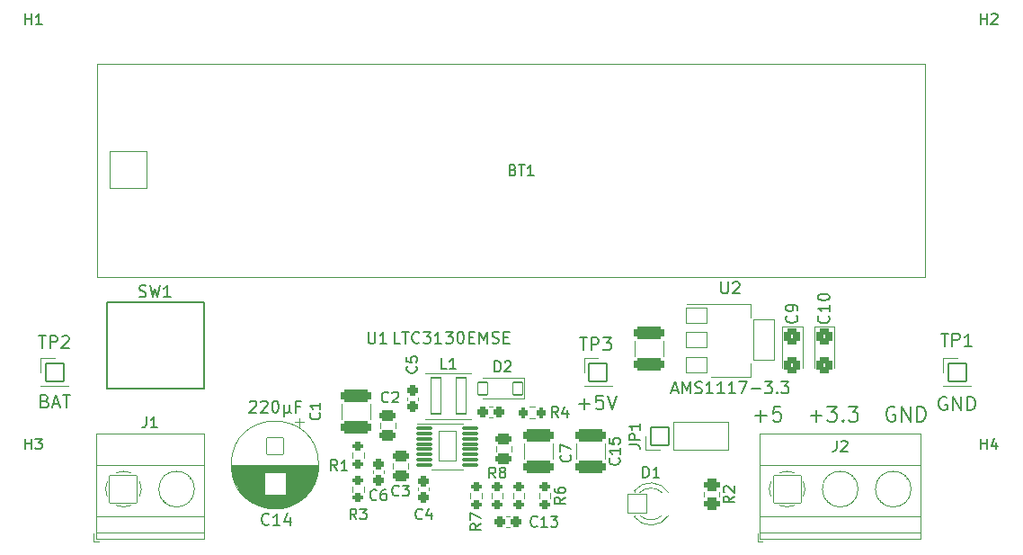
<source format=gto>
G04 #@! TF.GenerationSoftware,KiCad,Pcbnew,(6.0.0)*
G04 #@! TF.CreationDate,2022-01-21T19:36:15+00:00*
G04 #@! TF.ProjectId,MaxPower,4d617850-6f77-4657-922e-6b696361645f,rev?*
G04 #@! TF.SameCoordinates,Original*
G04 #@! TF.FileFunction,Legend,Top*
G04 #@! TF.FilePolarity,Positive*
%FSLAX46Y46*%
G04 Gerber Fmt 4.6, Leading zero omitted, Abs format (unit mm)*
G04 Created by KiCad (PCBNEW (6.0.0)) date 2022-01-21 19:36:15*
%MOMM*%
%LPD*%
G01*
G04 APERTURE LIST*
G04 Aperture macros list*
%AMRoundRect*
0 Rectangle with rounded corners*
0 $1 Rounding radius*
0 $2 $3 $4 $5 $6 $7 $8 $9 X,Y pos of 4 corners*
0 Add a 4 corners polygon primitive as box body*
4,1,4,$2,$3,$4,$5,$6,$7,$8,$9,$2,$3,0*
0 Add four circle primitives for the rounded corners*
1,1,$1+$1,$2,$3*
1,1,$1+$1,$4,$5*
1,1,$1+$1,$6,$7*
1,1,$1+$1,$8,$9*
0 Add four rect primitives between the rounded corners*
20,1,$1+$1,$2,$3,$4,$5,0*
20,1,$1+$1,$4,$5,$6,$7,0*
20,1,$1+$1,$6,$7,$8,$9,0*
20,1,$1+$1,$8,$9,$2,$3,0*%
G04 Aperture macros list end*
%ADD10C,0.160000*%
%ADD11C,0.150000*%
%ADD12C,0.170000*%
%ADD13C,0.200000*%
%ADD14C,0.120000*%
%ADD15C,0.177800*%
%ADD16RoundRect,0.050000X-1.000000X-0.750000X1.000000X-0.750000X1.000000X0.750000X-1.000000X0.750000X0*%
%ADD17RoundRect,0.050000X-1.000000X-1.900000X1.000000X-1.900000X1.000000X1.900000X-1.000000X1.900000X0*%
%ADD18RoundRect,0.050000X-1.300000X-1.300000X1.300000X-1.300000X1.300000X1.300000X-1.300000X1.300000X0*%
%ADD19C,2.700000*%
%ADD20RoundRect,0.275000X0.225000X0.250000X-0.225000X0.250000X-0.225000X-0.250000X0.225000X-0.250000X0*%
%ADD21RoundRect,0.300000X-0.475000X0.250000X-0.475000X-0.250000X0.475000X-0.250000X0.475000X0.250000X0*%
%ADD22RoundRect,0.275000X-0.250000X0.225000X-0.250000X-0.225000X0.250000X-0.225000X0.250000X0.225000X0*%
%ADD23O,2.300000X2.200000*%
%ADD24C,2.200000*%
%ADD25RoundRect,0.300000X-0.425000X0.450000X-0.425000X-0.450000X0.425000X-0.450000X0.425000X0.450000X0*%
%ADD26RoundRect,0.300000X-1.100000X0.325000X-1.100000X-0.325000X1.100000X-0.325000X1.100000X0.325000X0*%
%ADD27RoundRect,0.050000X-0.850000X-0.850000X0.850000X-0.850000X0.850000X0.850000X-0.850000X0.850000X0*%
%ADD28RoundRect,0.250000X-0.275000X0.200000X-0.275000X-0.200000X0.275000X-0.200000X0.275000X0.200000X0*%
%ADD29C,3.300000*%
%ADD30RoundRect,0.050000X-0.800000X0.800000X-0.800000X-0.800000X0.800000X-0.800000X0.800000X0.800000X0*%
%ADD31C,1.700000*%
%ADD32RoundRect,0.250000X0.275000X-0.200000X0.275000X0.200000X-0.275000X0.200000X-0.275000X-0.200000X0*%
%ADD33RoundRect,0.050000X-1.750000X-1.750000X1.750000X-1.750000X1.750000X1.750000X-1.750000X1.750000X0*%
%ADD34C,3.600000*%
%ADD35RoundRect,0.125000X-0.650000X-0.075000X0.650000X-0.075000X0.650000X0.075000X-0.650000X0.075000X0*%
%ADD36RoundRect,0.050000X-0.825500X-1.422500X0.825500X-1.422500X0.825500X1.422500X-0.825500X1.422500X0*%
%ADD37RoundRect,0.050000X0.850000X-0.850000X0.850000X0.850000X-0.850000X0.850000X-0.850000X-0.850000X0*%
%ADD38O,1.800000X1.800000*%
%ADD39RoundRect,0.050000X-0.900000X-0.900000X0.900000X-0.900000X0.900000X0.900000X-0.900000X0.900000X0*%
%ADD40C,1.900000*%
%ADD41RoundRect,0.300000X-0.450000X0.262500X-0.450000X-0.262500X0.450000X-0.262500X0.450000X0.262500X0*%
%ADD42RoundRect,0.300000X0.475000X-0.250000X0.475000X0.250000X-0.475000X0.250000X-0.475000X-0.250000X0*%
%ADD43RoundRect,0.300000X1.100000X-0.325000X1.100000X0.325000X-1.100000X0.325000X-1.100000X-0.325000X0*%
%ADD44RoundRect,0.050000X0.450000X0.600000X-0.450000X0.600000X-0.450000X-0.600000X0.450000X-0.600000X0*%
%ADD45RoundRect,0.050000X-0.490000X-1.700000X0.490000X-1.700000X0.490000X1.700000X-0.490000X1.700000X0*%
%ADD46RoundRect,0.250000X0.200000X0.275000X-0.200000X0.275000X-0.200000X-0.275000X0.200000X-0.275000X0*%
%ADD47RoundRect,0.275000X-0.225000X-0.250000X0.225000X-0.250000X0.225000X0.250000X-0.225000X0.250000X0*%
G04 APERTURE END LIST*
D10*
X169811904Y-125497619D02*
X169811904Y-126388095D01*
X169864285Y-126492857D01*
X169916666Y-126545238D01*
X170021428Y-126597619D01*
X170230952Y-126597619D01*
X170335714Y-126545238D01*
X170388095Y-126492857D01*
X170440476Y-126388095D01*
X170440476Y-125497619D01*
X170911904Y-125602380D02*
X170964285Y-125550000D01*
X171069047Y-125497619D01*
X171330952Y-125497619D01*
X171435714Y-125550000D01*
X171488095Y-125602380D01*
X171540476Y-125707142D01*
X171540476Y-125811904D01*
X171488095Y-125969047D01*
X170859523Y-126597619D01*
X171540476Y-126597619D01*
X165150000Y-135683333D02*
X165673809Y-135683333D01*
X165045238Y-135997619D02*
X165411904Y-134897619D01*
X165778571Y-135997619D01*
X166145238Y-135997619D02*
X166145238Y-134897619D01*
X166511904Y-135683333D01*
X166878571Y-134897619D01*
X166878571Y-135997619D01*
X167350000Y-135945238D02*
X167507142Y-135997619D01*
X167769047Y-135997619D01*
X167873809Y-135945238D01*
X167926190Y-135892857D01*
X167978571Y-135788095D01*
X167978571Y-135683333D01*
X167926190Y-135578571D01*
X167873809Y-135526190D01*
X167769047Y-135473809D01*
X167559523Y-135421428D01*
X167454761Y-135369047D01*
X167402380Y-135316666D01*
X167350000Y-135211904D01*
X167350000Y-135107142D01*
X167402380Y-135002380D01*
X167454761Y-134950000D01*
X167559523Y-134897619D01*
X167821428Y-134897619D01*
X167978571Y-134950000D01*
X169026190Y-135997619D02*
X168397619Y-135997619D01*
X168711904Y-135997619D02*
X168711904Y-134897619D01*
X168607142Y-135054761D01*
X168502380Y-135159523D01*
X168397619Y-135211904D01*
X170073809Y-135997619D02*
X169445238Y-135997619D01*
X169759523Y-135997619D02*
X169759523Y-134897619D01*
X169654761Y-135054761D01*
X169550000Y-135159523D01*
X169445238Y-135211904D01*
X171121428Y-135997619D02*
X170492857Y-135997619D01*
X170807142Y-135997619D02*
X170807142Y-134897619D01*
X170702380Y-135054761D01*
X170597619Y-135159523D01*
X170492857Y-135211904D01*
X171488095Y-134897619D02*
X172221428Y-134897619D01*
X171750000Y-135997619D01*
X172640476Y-135578571D02*
X173478571Y-135578571D01*
X173897619Y-134897619D02*
X174578571Y-134897619D01*
X174211904Y-135316666D01*
X174369047Y-135316666D01*
X174473809Y-135369047D01*
X174526190Y-135421428D01*
X174578571Y-135526190D01*
X174578571Y-135788095D01*
X174526190Y-135892857D01*
X174473809Y-135945238D01*
X174369047Y-135997619D01*
X174054761Y-135997619D01*
X173950000Y-135945238D01*
X173897619Y-135892857D01*
X175050000Y-135892857D02*
X175102380Y-135945238D01*
X175050000Y-135997619D01*
X174997619Y-135945238D01*
X175050000Y-135892857D01*
X175050000Y-135997619D01*
X175469047Y-134897619D02*
X176150000Y-134897619D01*
X175783333Y-135316666D01*
X175940476Y-135316666D01*
X176045238Y-135369047D01*
X176097619Y-135421428D01*
X176150000Y-135526190D01*
X176150000Y-135788095D01*
X176097619Y-135892857D01*
X176045238Y-135945238D01*
X175940476Y-135997619D01*
X175626190Y-135997619D01*
X175521428Y-135945238D01*
X175469047Y-135892857D01*
D11*
X115666666Y-138192380D02*
X115666666Y-138906666D01*
X115619047Y-139049523D01*
X115523809Y-139144761D01*
X115380952Y-139192380D01*
X115285714Y-139192380D01*
X116666666Y-139192380D02*
X116095238Y-139192380D01*
X116380952Y-139192380D02*
X116380952Y-138192380D01*
X116285714Y-138335238D01*
X116190476Y-138430476D01*
X116095238Y-138478095D01*
X152457142Y-148457142D02*
X152409523Y-148504761D01*
X152266666Y-148552380D01*
X152171428Y-148552380D01*
X152028571Y-148504761D01*
X151933333Y-148409523D01*
X151885714Y-148314285D01*
X151838095Y-148123809D01*
X151838095Y-147980952D01*
X151885714Y-147790476D01*
X151933333Y-147695238D01*
X152028571Y-147600000D01*
X152171428Y-147552380D01*
X152266666Y-147552380D01*
X152409523Y-147600000D01*
X152457142Y-147647619D01*
X153409523Y-148552380D02*
X152838095Y-148552380D01*
X153123809Y-148552380D02*
X153123809Y-147552380D01*
X153028571Y-147695238D01*
X152933333Y-147790476D01*
X152838095Y-147838095D01*
X153742857Y-147552380D02*
X154361904Y-147552380D01*
X154028571Y-147933333D01*
X154171428Y-147933333D01*
X154266666Y-147980952D01*
X154314285Y-148028571D01*
X154361904Y-148123809D01*
X154361904Y-148361904D01*
X154314285Y-148457142D01*
X154266666Y-148504761D01*
X154171428Y-148552380D01*
X153885714Y-148552380D01*
X153790476Y-148504761D01*
X153742857Y-148457142D01*
X139433333Y-145557142D02*
X139385714Y-145604761D01*
X139242857Y-145652380D01*
X139147619Y-145652380D01*
X139004761Y-145604761D01*
X138909523Y-145509523D01*
X138861904Y-145414285D01*
X138814285Y-145223809D01*
X138814285Y-145080952D01*
X138861904Y-144890476D01*
X138909523Y-144795238D01*
X139004761Y-144700000D01*
X139147619Y-144652380D01*
X139242857Y-144652380D01*
X139385714Y-144700000D01*
X139433333Y-144747619D01*
X139766666Y-144652380D02*
X140385714Y-144652380D01*
X140052380Y-145033333D01*
X140195238Y-145033333D01*
X140290476Y-145080952D01*
X140338095Y-145128571D01*
X140385714Y-145223809D01*
X140385714Y-145461904D01*
X140338095Y-145557142D01*
X140290476Y-145604761D01*
X140195238Y-145652380D01*
X139909523Y-145652380D01*
X139814285Y-145604761D01*
X139766666Y-145557142D01*
X137333333Y-145957142D02*
X137285714Y-146004761D01*
X137142857Y-146052380D01*
X137047619Y-146052380D01*
X136904761Y-146004761D01*
X136809523Y-145909523D01*
X136761904Y-145814285D01*
X136714285Y-145623809D01*
X136714285Y-145480952D01*
X136761904Y-145290476D01*
X136809523Y-145195238D01*
X136904761Y-145100000D01*
X137047619Y-145052380D01*
X137142857Y-145052380D01*
X137285714Y-145100000D01*
X137333333Y-145147619D01*
X138190476Y-145052380D02*
X138000000Y-145052380D01*
X137904761Y-145100000D01*
X137857142Y-145147619D01*
X137761904Y-145290476D01*
X137714285Y-145480952D01*
X137714285Y-145861904D01*
X137761904Y-145957142D01*
X137809523Y-146004761D01*
X137904761Y-146052380D01*
X138095238Y-146052380D01*
X138190476Y-146004761D01*
X138238095Y-145957142D01*
X138285714Y-145861904D01*
X138285714Y-145623809D01*
X138238095Y-145528571D01*
X138190476Y-145480952D01*
X138095238Y-145433333D01*
X137904761Y-145433333D01*
X137809523Y-145480952D01*
X137761904Y-145528571D01*
X137714285Y-145623809D01*
X141057142Y-133441666D02*
X141104761Y-133489285D01*
X141152380Y-133632142D01*
X141152380Y-133727380D01*
X141104761Y-133870238D01*
X141009523Y-133965476D01*
X140914285Y-134013095D01*
X140723809Y-134060714D01*
X140580952Y-134060714D01*
X140390476Y-134013095D01*
X140295238Y-133965476D01*
X140200000Y-133870238D01*
X140152380Y-133727380D01*
X140152380Y-133632142D01*
X140200000Y-133489285D01*
X140247619Y-133441666D01*
X140152380Y-132536904D02*
X140152380Y-133013095D01*
X140628571Y-133060714D01*
X140580952Y-133013095D01*
X140533333Y-132917857D01*
X140533333Y-132679761D01*
X140580952Y-132584523D01*
X140628571Y-132536904D01*
X140723809Y-132489285D01*
X140961904Y-132489285D01*
X141057142Y-132536904D01*
X141104761Y-132584523D01*
X141152380Y-132679761D01*
X141152380Y-132917857D01*
X141104761Y-133013095D01*
X141057142Y-133060714D01*
D10*
X114993334Y-126865238D02*
X115150477Y-126917619D01*
X115412381Y-126917619D01*
X115517143Y-126865238D01*
X115569524Y-126812857D01*
X115621905Y-126708095D01*
X115621905Y-126603333D01*
X115569524Y-126498571D01*
X115517143Y-126446190D01*
X115412381Y-126393809D01*
X115202858Y-126341428D01*
X115098096Y-126289047D01*
X115045715Y-126236666D01*
X114993334Y-126131904D01*
X114993334Y-126027142D01*
X115045715Y-125922380D01*
X115098096Y-125870000D01*
X115202858Y-125817619D01*
X115464762Y-125817619D01*
X115621905Y-125870000D01*
X115988572Y-125817619D02*
X116250477Y-126917619D01*
X116460001Y-126131904D01*
X116669524Y-126917619D01*
X116931429Y-125817619D01*
X117926667Y-126917619D02*
X117298096Y-126917619D01*
X117612381Y-126917619D02*
X117612381Y-125817619D01*
X117507620Y-125974761D01*
X117402858Y-126079523D01*
X117298096Y-126131904D01*
D11*
X176892857Y-128683333D02*
X176945238Y-128735714D01*
X176997619Y-128892857D01*
X176997619Y-128997619D01*
X176945238Y-129154761D01*
X176840476Y-129259523D01*
X176735714Y-129311904D01*
X176526190Y-129364285D01*
X176369047Y-129364285D01*
X176159523Y-129311904D01*
X176054761Y-129259523D01*
X175950000Y-129154761D01*
X175897619Y-128997619D01*
X175897619Y-128892857D01*
X175950000Y-128735714D01*
X176002380Y-128683333D01*
X176997619Y-128159523D02*
X176997619Y-127950000D01*
X176945238Y-127845238D01*
X176892857Y-127792857D01*
X176735714Y-127688095D01*
X176526190Y-127635714D01*
X176107142Y-127635714D01*
X176002380Y-127688095D01*
X175950000Y-127740476D01*
X175897619Y-127845238D01*
X175897619Y-128054761D01*
X175950000Y-128159523D01*
X176002380Y-128211904D01*
X176107142Y-128264285D01*
X176369047Y-128264285D01*
X176473809Y-128211904D01*
X176526190Y-128159523D01*
X176578571Y-128054761D01*
X176578571Y-127845238D01*
X176526190Y-127740476D01*
X176473809Y-127688095D01*
X176369047Y-127635714D01*
X155557142Y-141816666D02*
X155604761Y-141864285D01*
X155652380Y-142007142D01*
X155652380Y-142102380D01*
X155604761Y-142245238D01*
X155509523Y-142340476D01*
X155414285Y-142388095D01*
X155223809Y-142435714D01*
X155080952Y-142435714D01*
X154890476Y-142388095D01*
X154795238Y-142340476D01*
X154700000Y-142245238D01*
X154652380Y-142102380D01*
X154652380Y-142007142D01*
X154700000Y-141864285D01*
X154747619Y-141816666D01*
X154652380Y-141483333D02*
X154652380Y-140816666D01*
X155652380Y-141245238D01*
D12*
X156485714Y-130742857D02*
X157171428Y-130742857D01*
X156828571Y-131942857D02*
X156828571Y-130742857D01*
X157571428Y-131942857D02*
X157571428Y-130742857D01*
X158028571Y-130742857D01*
X158142857Y-130800000D01*
X158200000Y-130857142D01*
X158257142Y-130971428D01*
X158257142Y-131142857D01*
X158200000Y-131257142D01*
X158142857Y-131314285D01*
X158028571Y-131371428D01*
X157571428Y-131371428D01*
X158657142Y-130742857D02*
X159400000Y-130742857D01*
X159000000Y-131200000D01*
X159171428Y-131200000D01*
X159285714Y-131257142D01*
X159342857Y-131314285D01*
X159400000Y-131428571D01*
X159400000Y-131714285D01*
X159342857Y-131828571D01*
X159285714Y-131885714D01*
X159171428Y-131942857D01*
X158828571Y-131942857D01*
X158714285Y-131885714D01*
X158657142Y-131828571D01*
X156428571Y-136992857D02*
X157419047Y-136992857D01*
X156923809Y-137488095D02*
X156923809Y-136497619D01*
X158657142Y-136188095D02*
X158038095Y-136188095D01*
X157976190Y-136807142D01*
X158038095Y-136745238D01*
X158161904Y-136683333D01*
X158471428Y-136683333D01*
X158595238Y-136745238D01*
X158657142Y-136807142D01*
X158719047Y-136930952D01*
X158719047Y-137240476D01*
X158657142Y-137364285D01*
X158595238Y-137426190D01*
X158471428Y-137488095D01*
X158161904Y-137488095D01*
X158038095Y-137426190D01*
X157976190Y-137364285D01*
X159090476Y-136188095D02*
X159523809Y-137488095D01*
X159957142Y-136188095D01*
D11*
X147152380Y-148266666D02*
X146676190Y-148600000D01*
X147152380Y-148838095D02*
X146152380Y-148838095D01*
X146152380Y-148457142D01*
X146200000Y-148361904D01*
X146247619Y-148314285D01*
X146342857Y-148266666D01*
X146485714Y-148266666D01*
X146580952Y-148314285D01*
X146628571Y-148361904D01*
X146676190Y-148457142D01*
X146676190Y-148838095D01*
X146152380Y-147933333D02*
X146152380Y-147266666D01*
X147152380Y-147695238D01*
D10*
X179892857Y-128707142D02*
X179945238Y-128759523D01*
X179997619Y-128916666D01*
X179997619Y-129021428D01*
X179945238Y-129178571D01*
X179840476Y-129283333D01*
X179735714Y-129335714D01*
X179526190Y-129388095D01*
X179369047Y-129388095D01*
X179159523Y-129335714D01*
X179054761Y-129283333D01*
X178950000Y-129178571D01*
X178897619Y-129021428D01*
X178897619Y-128916666D01*
X178950000Y-128759523D01*
X179002380Y-128707142D01*
X179997619Y-127659523D02*
X179997619Y-128288095D01*
X179997619Y-127973809D02*
X178897619Y-127973809D01*
X179054761Y-128078571D01*
X179159523Y-128183333D01*
X179211904Y-128288095D01*
X178897619Y-126978571D02*
X178897619Y-126873809D01*
X178950000Y-126769047D01*
X179002380Y-126716666D01*
X179107142Y-126664285D01*
X179316666Y-126611904D01*
X179578571Y-126611904D01*
X179788095Y-126664285D01*
X179892857Y-126716666D01*
X179945238Y-126769047D01*
X179997619Y-126873809D01*
X179997619Y-126978571D01*
X179945238Y-127083333D01*
X179892857Y-127135714D01*
X179788095Y-127188095D01*
X179578571Y-127240476D01*
X179316666Y-127240476D01*
X179107142Y-127188095D01*
X179002380Y-127135714D01*
X178950000Y-127083333D01*
X178897619Y-126978571D01*
D11*
X194238095Y-101252380D02*
X194238095Y-100252380D01*
X194238095Y-100728571D02*
X194809523Y-100728571D01*
X194809523Y-101252380D02*
X194809523Y-100252380D01*
X195238095Y-100347619D02*
X195285714Y-100300000D01*
X195380952Y-100252380D01*
X195619047Y-100252380D01*
X195714285Y-100300000D01*
X195761904Y-100347619D01*
X195809523Y-100442857D01*
X195809523Y-100538095D01*
X195761904Y-100680952D01*
X195190476Y-101252380D01*
X195809523Y-101252380D01*
X104238095Y-101252380D02*
X104238095Y-100252380D01*
X104238095Y-100728571D02*
X104809523Y-100728571D01*
X104809523Y-101252380D02*
X104809523Y-100252380D01*
X105809523Y-101252380D02*
X105238095Y-101252380D01*
X105523809Y-101252380D02*
X105523809Y-100252380D01*
X105428571Y-100395238D01*
X105333333Y-100490476D01*
X105238095Y-100538095D01*
X141633333Y-147757142D02*
X141585714Y-147804761D01*
X141442857Y-147852380D01*
X141347619Y-147852380D01*
X141204761Y-147804761D01*
X141109523Y-147709523D01*
X141061904Y-147614285D01*
X141014285Y-147423809D01*
X141014285Y-147280952D01*
X141061904Y-147090476D01*
X141109523Y-146995238D01*
X141204761Y-146900000D01*
X141347619Y-146852380D01*
X141442857Y-146852380D01*
X141585714Y-146900000D01*
X141633333Y-146947619D01*
X142490476Y-147185714D02*
X142490476Y-147852380D01*
X142252380Y-146804761D02*
X142014285Y-147519047D01*
X142633333Y-147519047D01*
D10*
X127192857Y-148292857D02*
X127140476Y-148345238D01*
X126983333Y-148397619D01*
X126878571Y-148397619D01*
X126721428Y-148345238D01*
X126616666Y-148240476D01*
X126564285Y-148135714D01*
X126511904Y-147926190D01*
X126511904Y-147769047D01*
X126564285Y-147559523D01*
X126616666Y-147454761D01*
X126721428Y-147350000D01*
X126878571Y-147297619D01*
X126983333Y-147297619D01*
X127140476Y-147350000D01*
X127192857Y-147402380D01*
X128240476Y-148397619D02*
X127611904Y-148397619D01*
X127926190Y-148397619D02*
X127926190Y-147297619D01*
X127821428Y-147454761D01*
X127716666Y-147559523D01*
X127611904Y-147611904D01*
X129183333Y-147664285D02*
X129183333Y-148397619D01*
X128921428Y-147245238D02*
X128659523Y-148030952D01*
X129340476Y-148030952D01*
X125390476Y-136802380D02*
X125442857Y-136750000D01*
X125547619Y-136697619D01*
X125809523Y-136697619D01*
X125914285Y-136750000D01*
X125966666Y-136802380D01*
X126019047Y-136907142D01*
X126019047Y-137011904D01*
X125966666Y-137169047D01*
X125338095Y-137797619D01*
X126019047Y-137797619D01*
X126438095Y-136802380D02*
X126490476Y-136750000D01*
X126595238Y-136697619D01*
X126857142Y-136697619D01*
X126961904Y-136750000D01*
X127014285Y-136802380D01*
X127066666Y-136907142D01*
X127066666Y-137011904D01*
X127014285Y-137169047D01*
X126385714Y-137797619D01*
X127066666Y-137797619D01*
X127747619Y-136697619D02*
X127852380Y-136697619D01*
X127957142Y-136750000D01*
X128009523Y-136802380D01*
X128061904Y-136907142D01*
X128114285Y-137116666D01*
X128114285Y-137378571D01*
X128061904Y-137588095D01*
X128009523Y-137692857D01*
X127957142Y-137745238D01*
X127852380Y-137797619D01*
X127747619Y-137797619D01*
X127642857Y-137745238D01*
X127590476Y-137692857D01*
X127538095Y-137588095D01*
X127485714Y-137378571D01*
X127485714Y-137116666D01*
X127538095Y-136907142D01*
X127590476Y-136802380D01*
X127642857Y-136750000D01*
X127747619Y-136697619D01*
X128585714Y-137064285D02*
X128585714Y-138164285D01*
X129109523Y-137640476D02*
X129161904Y-137745238D01*
X129266666Y-137797619D01*
X128585714Y-137640476D02*
X128638095Y-137745238D01*
X128742857Y-137797619D01*
X128952380Y-137797619D01*
X129057142Y-137745238D01*
X129109523Y-137640476D01*
X129109523Y-137064285D01*
X130104761Y-137221428D02*
X129738095Y-137221428D01*
X129738095Y-137797619D02*
X129738095Y-136697619D01*
X130261904Y-136697619D01*
D11*
X150184285Y-114958571D02*
X150327142Y-115006190D01*
X150374761Y-115053809D01*
X150422380Y-115149047D01*
X150422380Y-115291904D01*
X150374761Y-115387142D01*
X150327142Y-115434761D01*
X150231904Y-115482380D01*
X149850952Y-115482380D01*
X149850952Y-114482380D01*
X150184285Y-114482380D01*
X150279523Y-114530000D01*
X150327142Y-114577619D01*
X150374761Y-114672857D01*
X150374761Y-114768095D01*
X150327142Y-114863333D01*
X150279523Y-114910952D01*
X150184285Y-114958571D01*
X149850952Y-114958571D01*
X150708095Y-114482380D02*
X151279523Y-114482380D01*
X150993809Y-115482380D02*
X150993809Y-114482380D01*
X152136666Y-115482380D02*
X151565238Y-115482380D01*
X151850952Y-115482380D02*
X151850952Y-114482380D01*
X151755714Y-114625238D01*
X151660476Y-114720476D01*
X151565238Y-114768095D01*
D12*
X136561904Y-130197619D02*
X136561904Y-131088095D01*
X136614285Y-131192857D01*
X136666666Y-131245238D01*
X136771428Y-131297619D01*
X136980952Y-131297619D01*
X137085714Y-131245238D01*
X137138095Y-131192857D01*
X137190476Y-131088095D01*
X137190476Y-130197619D01*
X138290476Y-131297619D02*
X137661904Y-131297619D01*
X137976190Y-131297619D02*
X137976190Y-130197619D01*
X137871428Y-130354761D01*
X137766666Y-130459523D01*
X137661904Y-130511904D01*
X139528571Y-131297619D02*
X139004761Y-131297619D01*
X139004761Y-130197619D01*
X139738095Y-130197619D02*
X140366666Y-130197619D01*
X140052380Y-131297619D02*
X140052380Y-130197619D01*
X141361904Y-131192857D02*
X141309523Y-131245238D01*
X141152380Y-131297619D01*
X141047619Y-131297619D01*
X140890476Y-131245238D01*
X140785714Y-131140476D01*
X140733333Y-131035714D01*
X140680952Y-130826190D01*
X140680952Y-130669047D01*
X140733333Y-130459523D01*
X140785714Y-130354761D01*
X140890476Y-130250000D01*
X141047619Y-130197619D01*
X141152380Y-130197619D01*
X141309523Y-130250000D01*
X141361904Y-130302380D01*
X141728571Y-130197619D02*
X142409523Y-130197619D01*
X142042857Y-130616666D01*
X142200000Y-130616666D01*
X142304761Y-130669047D01*
X142357142Y-130721428D01*
X142409523Y-130826190D01*
X142409523Y-131088095D01*
X142357142Y-131192857D01*
X142304761Y-131245238D01*
X142200000Y-131297619D01*
X141885714Y-131297619D01*
X141780952Y-131245238D01*
X141728571Y-131192857D01*
X143457142Y-131297619D02*
X142828571Y-131297619D01*
X143142857Y-131297619D02*
X143142857Y-130197619D01*
X143038095Y-130354761D01*
X142933333Y-130459523D01*
X142828571Y-130511904D01*
X143823809Y-130197619D02*
X144504761Y-130197619D01*
X144138095Y-130616666D01*
X144295238Y-130616666D01*
X144400000Y-130669047D01*
X144452380Y-130721428D01*
X144504761Y-130826190D01*
X144504761Y-131088095D01*
X144452380Y-131192857D01*
X144400000Y-131245238D01*
X144295238Y-131297619D01*
X143980952Y-131297619D01*
X143876190Y-131245238D01*
X143823809Y-131192857D01*
X145185714Y-130197619D02*
X145290476Y-130197619D01*
X145395238Y-130250000D01*
X145447619Y-130302380D01*
X145500000Y-130407142D01*
X145552380Y-130616666D01*
X145552380Y-130878571D01*
X145500000Y-131088095D01*
X145447619Y-131192857D01*
X145395238Y-131245238D01*
X145290476Y-131297619D01*
X145185714Y-131297619D01*
X145080952Y-131245238D01*
X145028571Y-131192857D01*
X144976190Y-131088095D01*
X144923809Y-130878571D01*
X144923809Y-130616666D01*
X144976190Y-130407142D01*
X145028571Y-130302380D01*
X145080952Y-130250000D01*
X145185714Y-130197619D01*
X146023809Y-130721428D02*
X146390476Y-130721428D01*
X146547619Y-131297619D02*
X146023809Y-131297619D01*
X146023809Y-130197619D01*
X146547619Y-130197619D01*
X147019047Y-131297619D02*
X147019047Y-130197619D01*
X147385714Y-130983333D01*
X147752380Y-130197619D01*
X147752380Y-131297619D01*
X148223809Y-131245238D02*
X148380952Y-131297619D01*
X148642857Y-131297619D01*
X148747619Y-131245238D01*
X148800000Y-131192857D01*
X148852380Y-131088095D01*
X148852380Y-130983333D01*
X148800000Y-130878571D01*
X148747619Y-130826190D01*
X148642857Y-130773809D01*
X148433333Y-130721428D01*
X148328571Y-130669047D01*
X148276190Y-130616666D01*
X148223809Y-130511904D01*
X148223809Y-130407142D01*
X148276190Y-130302380D01*
X148328571Y-130250000D01*
X148433333Y-130197619D01*
X148695238Y-130197619D01*
X148852380Y-130250000D01*
X149323809Y-130721428D02*
X149690476Y-130721428D01*
X149847619Y-131297619D02*
X149323809Y-131297619D01*
X149323809Y-130197619D01*
X149847619Y-130197619D01*
D11*
X161122380Y-140833333D02*
X161836666Y-140833333D01*
X161979523Y-140880952D01*
X162074761Y-140976190D01*
X162122380Y-141119047D01*
X162122380Y-141214285D01*
X162122380Y-140357142D02*
X161122380Y-140357142D01*
X161122380Y-139976190D01*
X161170000Y-139880952D01*
X161217619Y-139833333D01*
X161312857Y-139785714D01*
X161455714Y-139785714D01*
X161550952Y-139833333D01*
X161598571Y-139880952D01*
X161646190Y-139976190D01*
X161646190Y-140357142D01*
X162122380Y-138833333D02*
X162122380Y-139404761D01*
X162122380Y-139119047D02*
X161122380Y-139119047D01*
X161265238Y-139214285D01*
X161360476Y-139309523D01*
X161408095Y-139404761D01*
X162431904Y-143892380D02*
X162431904Y-142892380D01*
X162670000Y-142892380D01*
X162812857Y-142940000D01*
X162908095Y-143035238D01*
X162955714Y-143130476D01*
X163003333Y-143320952D01*
X163003333Y-143463809D01*
X162955714Y-143654285D01*
X162908095Y-143749523D01*
X162812857Y-143844761D01*
X162670000Y-143892380D01*
X162431904Y-143892380D01*
X163955714Y-143892380D02*
X163384285Y-143892380D01*
X163670000Y-143892380D02*
X163670000Y-142892380D01*
X163574761Y-143035238D01*
X163479523Y-143130476D01*
X163384285Y-143178095D01*
X171002380Y-145666666D02*
X170526190Y-146000000D01*
X171002380Y-146238095D02*
X170002380Y-146238095D01*
X170002380Y-145857142D01*
X170050000Y-145761904D01*
X170097619Y-145714285D01*
X170192857Y-145666666D01*
X170335714Y-145666666D01*
X170430952Y-145714285D01*
X170478571Y-145761904D01*
X170526190Y-145857142D01*
X170526190Y-146238095D01*
X170097619Y-145285714D02*
X170050000Y-145238095D01*
X170002380Y-145142857D01*
X170002380Y-144904761D01*
X170050000Y-144809523D01*
X170097619Y-144761904D01*
X170192857Y-144714285D01*
X170288095Y-144714285D01*
X170430952Y-144761904D01*
X171002380Y-145333333D01*
X171002380Y-144714285D01*
X138433333Y-136757142D02*
X138385714Y-136804761D01*
X138242857Y-136852380D01*
X138147619Y-136852380D01*
X138004761Y-136804761D01*
X137909523Y-136709523D01*
X137861904Y-136614285D01*
X137814285Y-136423809D01*
X137814285Y-136280952D01*
X137861904Y-136090476D01*
X137909523Y-135995238D01*
X138004761Y-135900000D01*
X138147619Y-135852380D01*
X138242857Y-135852380D01*
X138385714Y-135900000D01*
X138433333Y-135947619D01*
X138814285Y-135947619D02*
X138861904Y-135900000D01*
X138957142Y-135852380D01*
X139195238Y-135852380D01*
X139290476Y-135900000D01*
X139338095Y-135947619D01*
X139385714Y-136042857D01*
X139385714Y-136138095D01*
X139338095Y-136280952D01*
X138766666Y-136852380D01*
X139385714Y-136852380D01*
X160157142Y-142092857D02*
X160204761Y-142140476D01*
X160252380Y-142283333D01*
X160252380Y-142378571D01*
X160204761Y-142521428D01*
X160109523Y-142616666D01*
X160014285Y-142664285D01*
X159823809Y-142711904D01*
X159680952Y-142711904D01*
X159490476Y-142664285D01*
X159395238Y-142616666D01*
X159300000Y-142521428D01*
X159252380Y-142378571D01*
X159252380Y-142283333D01*
X159300000Y-142140476D01*
X159347619Y-142092857D01*
X160252380Y-141140476D02*
X160252380Y-141711904D01*
X160252380Y-141426190D02*
X159252380Y-141426190D01*
X159395238Y-141521428D01*
X159490476Y-141616666D01*
X159538095Y-141711904D01*
X159252380Y-140235714D02*
X159252380Y-140711904D01*
X159728571Y-140759523D01*
X159680952Y-140711904D01*
X159633333Y-140616666D01*
X159633333Y-140378571D01*
X159680952Y-140283333D01*
X159728571Y-140235714D01*
X159823809Y-140188095D01*
X160061904Y-140188095D01*
X160157142Y-140235714D01*
X160204761Y-140283333D01*
X160252380Y-140378571D01*
X160252380Y-140616666D01*
X160204761Y-140711904D01*
X160157142Y-140759523D01*
X131947142Y-137834666D02*
X131994761Y-137882285D01*
X132042380Y-138025142D01*
X132042380Y-138120380D01*
X131994761Y-138263238D01*
X131899523Y-138358476D01*
X131804285Y-138406095D01*
X131613809Y-138453714D01*
X131470952Y-138453714D01*
X131280476Y-138406095D01*
X131185238Y-138358476D01*
X131090000Y-138263238D01*
X131042380Y-138120380D01*
X131042380Y-138025142D01*
X131090000Y-137882285D01*
X131137619Y-137834666D01*
X132042380Y-136882285D02*
X132042380Y-137453714D01*
X132042380Y-137168000D02*
X131042380Y-137168000D01*
X131185238Y-137263238D01*
X131280476Y-137358476D01*
X131328095Y-137453714D01*
X148461904Y-133952380D02*
X148461904Y-132952380D01*
X148700000Y-132952380D01*
X148842857Y-133000000D01*
X148938095Y-133095238D01*
X148985714Y-133190476D01*
X149033333Y-133380952D01*
X149033333Y-133523809D01*
X148985714Y-133714285D01*
X148938095Y-133809523D01*
X148842857Y-133904761D01*
X148700000Y-133952380D01*
X148461904Y-133952380D01*
X149414285Y-133047619D02*
X149461904Y-133000000D01*
X149557142Y-132952380D01*
X149795238Y-132952380D01*
X149890476Y-133000000D01*
X149938095Y-133047619D01*
X149985714Y-133142857D01*
X149985714Y-133238095D01*
X149938095Y-133380952D01*
X149366666Y-133952380D01*
X149985714Y-133952380D01*
X155082380Y-145766666D02*
X154606190Y-146100000D01*
X155082380Y-146338095D02*
X154082380Y-146338095D01*
X154082380Y-145957142D01*
X154130000Y-145861904D01*
X154177619Y-145814285D01*
X154272857Y-145766666D01*
X154415714Y-145766666D01*
X154510952Y-145814285D01*
X154558571Y-145861904D01*
X154606190Y-145957142D01*
X154606190Y-146338095D01*
X154082380Y-144909523D02*
X154082380Y-145100000D01*
X154130000Y-145195238D01*
X154177619Y-145242857D01*
X154320476Y-145338095D01*
X154510952Y-145385714D01*
X154891904Y-145385714D01*
X154987142Y-145338095D01*
X155034761Y-145290476D01*
X155082380Y-145195238D01*
X155082380Y-145004761D01*
X155034761Y-144909523D01*
X154987142Y-144861904D01*
X154891904Y-144814285D01*
X154653809Y-144814285D01*
X154558571Y-144861904D01*
X154510952Y-144909523D01*
X154463333Y-145004761D01*
X154463333Y-145195238D01*
X154510952Y-145290476D01*
X154558571Y-145338095D01*
X154653809Y-145385714D01*
X194238095Y-141252380D02*
X194238095Y-140252380D01*
X194238095Y-140728571D02*
X194809523Y-140728571D01*
X194809523Y-141252380D02*
X194809523Y-140252380D01*
X195714285Y-140585714D02*
X195714285Y-141252380D01*
X195476190Y-140204761D02*
X195238095Y-140919047D01*
X195857142Y-140919047D01*
X143933333Y-133702380D02*
X143457142Y-133702380D01*
X143457142Y-132702380D01*
X144790476Y-133702380D02*
X144219047Y-133702380D01*
X144504761Y-133702380D02*
X144504761Y-132702380D01*
X144409523Y-132845238D01*
X144314285Y-132940476D01*
X144219047Y-132988095D01*
X104238095Y-141252380D02*
X104238095Y-140252380D01*
X104238095Y-140728571D02*
X104809523Y-140728571D01*
X104809523Y-141252380D02*
X104809523Y-140252380D01*
X105190476Y-140252380D02*
X105809523Y-140252380D01*
X105476190Y-140633333D01*
X105619047Y-140633333D01*
X105714285Y-140680952D01*
X105761904Y-140728571D01*
X105809523Y-140823809D01*
X105809523Y-141061904D01*
X105761904Y-141157142D01*
X105714285Y-141204761D01*
X105619047Y-141252380D01*
X105333333Y-141252380D01*
X105238095Y-141204761D01*
X105190476Y-141157142D01*
D12*
X105485714Y-130542857D02*
X106171428Y-130542857D01*
X105828571Y-131742857D02*
X105828571Y-130542857D01*
X106571428Y-131742857D02*
X106571428Y-130542857D01*
X107028571Y-130542857D01*
X107142857Y-130600000D01*
X107200000Y-130657142D01*
X107257142Y-130771428D01*
X107257142Y-130942857D01*
X107200000Y-131057142D01*
X107142857Y-131114285D01*
X107028571Y-131171428D01*
X106571428Y-131171428D01*
X107714285Y-130657142D02*
X107771428Y-130600000D01*
X107885714Y-130542857D01*
X108171428Y-130542857D01*
X108285714Y-130600000D01*
X108342857Y-130657142D01*
X108400000Y-130771428D01*
X108400000Y-130885714D01*
X108342857Y-131057142D01*
X107657142Y-131742857D01*
X108400000Y-131742857D01*
X106114285Y-136714285D02*
X106285714Y-136771428D01*
X106342857Y-136828571D01*
X106400000Y-136942857D01*
X106400000Y-137114285D01*
X106342857Y-137228571D01*
X106285714Y-137285714D01*
X106171428Y-137342857D01*
X105714285Y-137342857D01*
X105714285Y-136142857D01*
X106114285Y-136142857D01*
X106228571Y-136200000D01*
X106285714Y-136257142D01*
X106342857Y-136371428D01*
X106342857Y-136485714D01*
X106285714Y-136600000D01*
X106228571Y-136657142D01*
X106114285Y-136714285D01*
X105714285Y-136714285D01*
X106857142Y-137000000D02*
X107428571Y-137000000D01*
X106742857Y-137342857D02*
X107142857Y-136142857D01*
X107542857Y-137342857D01*
X107771428Y-136142857D02*
X108457142Y-136142857D01*
X108114285Y-137342857D02*
X108114285Y-136142857D01*
D11*
X135433333Y-147852380D02*
X135100000Y-147376190D01*
X134861904Y-147852380D02*
X134861904Y-146852380D01*
X135242857Y-146852380D01*
X135338095Y-146900000D01*
X135385714Y-146947619D01*
X135433333Y-147042857D01*
X135433333Y-147185714D01*
X135385714Y-147280952D01*
X135338095Y-147328571D01*
X135242857Y-147376190D01*
X134861904Y-147376190D01*
X135766666Y-146852380D02*
X136385714Y-146852380D01*
X136052380Y-147233333D01*
X136195238Y-147233333D01*
X136290476Y-147280952D01*
X136338095Y-147328571D01*
X136385714Y-147423809D01*
X136385714Y-147661904D01*
X136338095Y-147757142D01*
X136290476Y-147804761D01*
X136195238Y-147852380D01*
X135909523Y-147852380D01*
X135814285Y-147804761D01*
X135766666Y-147757142D01*
X148533333Y-143952380D02*
X148200000Y-143476190D01*
X147961904Y-143952380D02*
X147961904Y-142952380D01*
X148342857Y-142952380D01*
X148438095Y-143000000D01*
X148485714Y-143047619D01*
X148533333Y-143142857D01*
X148533333Y-143285714D01*
X148485714Y-143380952D01*
X148438095Y-143428571D01*
X148342857Y-143476190D01*
X147961904Y-143476190D01*
X149104761Y-143380952D02*
X149009523Y-143333333D01*
X148961904Y-143285714D01*
X148914285Y-143190476D01*
X148914285Y-143142857D01*
X148961904Y-143047619D01*
X149009523Y-143000000D01*
X149104761Y-142952380D01*
X149295238Y-142952380D01*
X149390476Y-143000000D01*
X149438095Y-143047619D01*
X149485714Y-143142857D01*
X149485714Y-143190476D01*
X149438095Y-143285714D01*
X149390476Y-143333333D01*
X149295238Y-143380952D01*
X149104761Y-143380952D01*
X149009523Y-143428571D01*
X148961904Y-143476190D01*
X148914285Y-143571428D01*
X148914285Y-143761904D01*
X148961904Y-143857142D01*
X149009523Y-143904761D01*
X149104761Y-143952380D01*
X149295238Y-143952380D01*
X149390476Y-143904761D01*
X149438095Y-143857142D01*
X149485714Y-143761904D01*
X149485714Y-143571428D01*
X149438095Y-143476190D01*
X149390476Y-143428571D01*
X149295238Y-143380952D01*
X154433333Y-138252380D02*
X154100000Y-137776190D01*
X153861904Y-138252380D02*
X153861904Y-137252380D01*
X154242857Y-137252380D01*
X154338095Y-137300000D01*
X154385714Y-137347619D01*
X154433333Y-137442857D01*
X154433333Y-137585714D01*
X154385714Y-137680952D01*
X154338095Y-137728571D01*
X154242857Y-137776190D01*
X153861904Y-137776190D01*
X155290476Y-137585714D02*
X155290476Y-138252380D01*
X155052380Y-137204761D02*
X154814285Y-137919047D01*
X155433333Y-137919047D01*
X180666666Y-140452380D02*
X180666666Y-141166666D01*
X180619047Y-141309523D01*
X180523809Y-141404761D01*
X180380952Y-141452380D01*
X180285714Y-141452380D01*
X181095238Y-140547619D02*
X181142857Y-140500000D01*
X181238095Y-140452380D01*
X181476190Y-140452380D01*
X181571428Y-140500000D01*
X181619047Y-140547619D01*
X181666666Y-140642857D01*
X181666666Y-140738095D01*
X181619047Y-140880952D01*
X181047619Y-141452380D01*
X181666666Y-141452380D01*
D13*
X173000000Y-138100000D02*
X174066666Y-138100000D01*
X173533333Y-138633333D02*
X173533333Y-137566666D01*
X175400000Y-137233333D02*
X174733333Y-137233333D01*
X174666666Y-137900000D01*
X174733333Y-137833333D01*
X174866666Y-137766666D01*
X175200000Y-137766666D01*
X175333333Y-137833333D01*
X175400000Y-137900000D01*
X175466666Y-138033333D01*
X175466666Y-138366666D01*
X175400000Y-138500000D01*
X175333333Y-138566666D01*
X175200000Y-138633333D01*
X174866666Y-138633333D01*
X174733333Y-138566666D01*
X174666666Y-138500000D01*
X178200000Y-138100000D02*
X179266666Y-138100000D01*
X178733333Y-138633333D02*
X178733333Y-137566666D01*
X179800000Y-137233333D02*
X180666666Y-137233333D01*
X180200000Y-137766666D01*
X180400000Y-137766666D01*
X180533333Y-137833333D01*
X180600000Y-137900000D01*
X180666666Y-138033333D01*
X180666666Y-138366666D01*
X180600000Y-138500000D01*
X180533333Y-138566666D01*
X180400000Y-138633333D01*
X180000000Y-138633333D01*
X179866666Y-138566666D01*
X179800000Y-138500000D01*
X181266666Y-138500000D02*
X181333333Y-138566666D01*
X181266666Y-138633333D01*
X181200000Y-138566666D01*
X181266666Y-138500000D01*
X181266666Y-138633333D01*
X181800000Y-137233333D02*
X182666666Y-137233333D01*
X182200000Y-137766666D01*
X182400000Y-137766666D01*
X182533333Y-137833333D01*
X182600000Y-137900000D01*
X182666666Y-138033333D01*
X182666666Y-138366666D01*
X182600000Y-138500000D01*
X182533333Y-138566666D01*
X182400000Y-138633333D01*
X182000000Y-138633333D01*
X181866666Y-138566666D01*
X181800000Y-138500000D01*
X186133333Y-137300000D02*
X186000000Y-137233333D01*
X185800000Y-137233333D01*
X185600000Y-137300000D01*
X185466666Y-137433333D01*
X185400000Y-137566666D01*
X185333333Y-137833333D01*
X185333333Y-138033333D01*
X185400000Y-138300000D01*
X185466666Y-138433333D01*
X185600000Y-138566666D01*
X185800000Y-138633333D01*
X185933333Y-138633333D01*
X186133333Y-138566666D01*
X186200000Y-138500000D01*
X186200000Y-138033333D01*
X185933333Y-138033333D01*
X186800000Y-138633333D02*
X186800000Y-137233333D01*
X187600000Y-138633333D01*
X187600000Y-137233333D01*
X188266666Y-138633333D02*
X188266666Y-137233333D01*
X188600000Y-137233333D01*
X188800000Y-137300000D01*
X188933333Y-137433333D01*
X189000000Y-137566666D01*
X189066666Y-137833333D01*
X189066666Y-138033333D01*
X189000000Y-138300000D01*
X188933333Y-138433333D01*
X188800000Y-138566666D01*
X188600000Y-138633333D01*
X188266666Y-138633333D01*
D12*
X190485714Y-130342857D02*
X191171428Y-130342857D01*
X190828571Y-131542857D02*
X190828571Y-130342857D01*
X191571428Y-131542857D02*
X191571428Y-130342857D01*
X192028571Y-130342857D01*
X192142857Y-130400000D01*
X192200000Y-130457142D01*
X192257142Y-130571428D01*
X192257142Y-130742857D01*
X192200000Y-130857142D01*
X192142857Y-130914285D01*
X192028571Y-130971428D01*
X191571428Y-130971428D01*
X193400000Y-131542857D02*
X192714285Y-131542857D01*
X193057142Y-131542857D02*
X193057142Y-130342857D01*
X192942857Y-130514285D01*
X192828571Y-130628571D01*
X192714285Y-130685714D01*
X191009523Y-136350000D02*
X190885714Y-136288095D01*
X190700000Y-136288095D01*
X190514285Y-136350000D01*
X190390476Y-136473809D01*
X190328571Y-136597619D01*
X190266666Y-136845238D01*
X190266666Y-137030952D01*
X190328571Y-137278571D01*
X190390476Y-137402380D01*
X190514285Y-137526190D01*
X190700000Y-137588095D01*
X190823809Y-137588095D01*
X191009523Y-137526190D01*
X191071428Y-137464285D01*
X191071428Y-137030952D01*
X190823809Y-137030952D01*
X191628571Y-137588095D02*
X191628571Y-136288095D01*
X192371428Y-137588095D01*
X192371428Y-136288095D01*
X192990476Y-137588095D02*
X192990476Y-136288095D01*
X193300000Y-136288095D01*
X193485714Y-136350000D01*
X193609523Y-136473809D01*
X193671428Y-136597619D01*
X193733333Y-136845238D01*
X193733333Y-137030952D01*
X193671428Y-137278571D01*
X193609523Y-137402380D01*
X193485714Y-137526190D01*
X193300000Y-137588095D01*
X192990476Y-137588095D01*
D11*
X133633333Y-143252380D02*
X133300000Y-142776190D01*
X133061904Y-143252380D02*
X133061904Y-142252380D01*
X133442857Y-142252380D01*
X133538095Y-142300000D01*
X133585714Y-142347619D01*
X133633333Y-142442857D01*
X133633333Y-142585714D01*
X133585714Y-142680952D01*
X133538095Y-142728571D01*
X133442857Y-142776190D01*
X133061904Y-142776190D01*
X134585714Y-143252380D02*
X134014285Y-143252380D01*
X134300000Y-143252380D02*
X134300000Y-142252380D01*
X134204761Y-142395238D01*
X134109523Y-142490476D01*
X134014285Y-142538095D01*
D14*
X166550000Y-127590000D02*
X172560000Y-127590000D01*
X172560000Y-134410000D02*
X172560000Y-133150000D01*
X168800000Y-134410000D02*
X172560000Y-134410000D01*
X172560000Y-127590000D02*
X172560000Y-128850000D01*
X110700000Y-149160000D02*
X110700000Y-149900000D01*
X110940000Y-139739000D02*
X121060000Y-139739000D01*
X110940000Y-147600000D02*
X121060000Y-147600000D01*
X110940000Y-149660000D02*
X121060000Y-149660000D01*
X119570000Y-143725000D02*
X119535000Y-143761000D01*
X110700000Y-149900000D02*
X111200000Y-149900000D01*
X119775000Y-143931000D02*
X119728000Y-143977000D01*
X110940000Y-139739000D02*
X110940000Y-149660000D01*
X121060000Y-139739000D02*
X121060000Y-149660000D01*
X117273000Y-146023000D02*
X117226000Y-146069000D01*
X117466000Y-146239000D02*
X117431000Y-146274000D01*
X110940000Y-149100000D02*
X121060000Y-149100000D01*
X110940000Y-142699000D02*
X121060000Y-142699000D01*
X113500000Y-146680000D02*
G75*
G03*
X114183318Y-146534756I1J1679992D01*
G01*
X111965000Y-144316000D02*
G75*
G03*
X111964573Y-145683042I1534993J-684001D01*
G01*
X114184000Y-143465000D02*
G75*
G03*
X112816958Y-143464573I-684001J-1534993D01*
G01*
X112816000Y-146535000D02*
G75*
G03*
X113528805Y-146680253I683999J1535001D01*
G01*
X115035000Y-145684000D02*
G75*
G03*
X115035427Y-144316958I-1534993J684001D01*
G01*
X120180000Y-145000000D02*
G75*
G03*
X120180000Y-145000000I-1680000J0D01*
G01*
X149840580Y-148610000D02*
X149559420Y-148610000D01*
X149840580Y-147590000D02*
X149559420Y-147590000D01*
X138865000Y-142538748D02*
X138865000Y-143061252D01*
X140335000Y-142538748D02*
X140335000Y-143061252D01*
X136990000Y-143259420D02*
X136990000Y-143540580D01*
X138010000Y-143259420D02*
X138010000Y-143540580D01*
X140190000Y-136359420D02*
X140190000Y-136640580D01*
X141210000Y-136359420D02*
X141210000Y-136640580D01*
D15*
X111928000Y-127436000D02*
X111928000Y-135564000D01*
X111928000Y-135564000D02*
X121072000Y-135564000D01*
X121072000Y-135564000D02*
X121072000Y-127436000D01*
X121072000Y-127436000D02*
X111928000Y-127436000D01*
D14*
X177435000Y-129690000D02*
X175565000Y-129690000D01*
X175565000Y-129690000D02*
X175565000Y-133600000D01*
X177435000Y-133600000D02*
X177435000Y-129690000D01*
X153960000Y-140738748D02*
X153960000Y-142161252D01*
X151240000Y-140738748D02*
X151240000Y-142161252D01*
X156870000Y-135270000D02*
X159530000Y-135270000D01*
X156870000Y-135330000D02*
X159530000Y-135330000D01*
X156870000Y-134000000D02*
X156870000Y-132670000D01*
X159530000Y-135270000D02*
X159530000Y-135330000D01*
X156870000Y-135270000D02*
X156870000Y-135330000D01*
X156870000Y-132670000D02*
X158200000Y-132670000D01*
X147222500Y-145362742D02*
X147222500Y-145837258D01*
X146177500Y-145362742D02*
X146177500Y-145837258D01*
X150035000Y-140938748D02*
X150035000Y-141461252D01*
X148565000Y-140938748D02*
X148565000Y-141461252D01*
X178565000Y-129690000D02*
X178565000Y-133600000D01*
X180435000Y-133600000D02*
X180435000Y-129690000D01*
X180435000Y-129690000D02*
X178565000Y-129690000D01*
X142260000Y-144859420D02*
X142260000Y-145140580D01*
X141240000Y-144859420D02*
X141240000Y-145140580D01*
X131792000Y-143360000D02*
X123732000Y-143360000D01*
X126722000Y-143961000D02*
X123873000Y-143961000D01*
X130503000Y-145761000D02*
X125021000Y-145761000D01*
X131409000Y-144561000D02*
X128802000Y-144561000D01*
X130781000Y-145481000D02*
X128802000Y-145481000D01*
X131536000Y-144281000D02*
X128802000Y-144281000D01*
X131346000Y-144681000D02*
X128802000Y-144681000D01*
X126722000Y-145081000D02*
X124424000Y-145081000D01*
X130707000Y-145561000D02*
X124817000Y-145561000D01*
X129314000Y-146521000D02*
X126210000Y-146521000D01*
X129215000Y-146561000D02*
X126309000Y-146561000D01*
X131625000Y-144041000D02*
X128802000Y-144041000D01*
X126722000Y-143721000D02*
X123805000Y-143721000D01*
X126722000Y-144801000D02*
X124245000Y-144801000D01*
X131709000Y-143761000D02*
X128802000Y-143761000D01*
X131819000Y-143160000D02*
X123705000Y-143160000D01*
X131842000Y-142800000D02*
X123682000Y-142800000D01*
X131612000Y-144081000D02*
X128802000Y-144081000D01*
X126722000Y-143921000D02*
X123860000Y-143921000D01*
X126722000Y-144721000D02*
X124200000Y-144721000D01*
X128710000Y-146721000D02*
X126814000Y-146721000D01*
X126722000Y-144041000D02*
X123899000Y-144041000D01*
X126722000Y-143441000D02*
X123745000Y-143441000D01*
X131466000Y-144441000D02*
X128802000Y-144441000D01*
X131519000Y-144321000D02*
X128802000Y-144321000D01*
X126722000Y-144641000D02*
X124156000Y-144641000D01*
X126722000Y-144841000D02*
X124269000Y-144841000D01*
X131127000Y-145041000D02*
X128802000Y-145041000D01*
X131786000Y-143400000D02*
X123738000Y-143400000D01*
X128295000Y-146801000D02*
X127229000Y-146801000D01*
X131180000Y-144961000D02*
X128802000Y-144961000D01*
X131231000Y-144881000D02*
X128802000Y-144881000D01*
X126722000Y-143641000D02*
X123786000Y-143641000D01*
X126722000Y-145401000D02*
X124672000Y-145401000D01*
X129990000Y-146161000D02*
X125534000Y-146161000D01*
X130366000Y-145881000D02*
X125158000Y-145881000D01*
X126722000Y-145201000D02*
X124512000Y-145201000D01*
X126722000Y-144121000D02*
X123927000Y-144121000D01*
X126722000Y-144001000D02*
X123885000Y-144001000D01*
X131255000Y-144841000D02*
X128802000Y-144841000D01*
X129108000Y-146601000D02*
X126416000Y-146601000D01*
X130077000Y-138310302D02*
X130077000Y-139110302D01*
X126722000Y-144201000D02*
X123957000Y-144201000D01*
X126722000Y-144881000D02*
X124293000Y-144881000D01*
X126722000Y-143801000D02*
X123826000Y-143801000D01*
X131729000Y-143681000D02*
X128802000Y-143681000D01*
X129407000Y-146481000D02*
X126117000Y-146481000D01*
X129652000Y-146361000D02*
X125872000Y-146361000D01*
X131583000Y-144161000D02*
X128802000Y-144161000D01*
X126722000Y-145281000D02*
X124573000Y-145281000D01*
X129796000Y-146281000D02*
X125728000Y-146281000D01*
X126722000Y-144601000D02*
X124135000Y-144601000D01*
X131842000Y-142760000D02*
X123682000Y-142760000D01*
X126722000Y-143761000D02*
X123815000Y-143761000D01*
X129928000Y-146201000D02*
X125596000Y-146201000D01*
X128991000Y-146641000D02*
X126533000Y-146641000D01*
X130216000Y-146001000D02*
X125308000Y-146001000D01*
X129575000Y-146401000D02*
X125949000Y-146401000D01*
X131841000Y-142840000D02*
X123683000Y-142840000D01*
X130049000Y-146121000D02*
X125475000Y-146121000D01*
X126722000Y-144561000D02*
X124115000Y-144561000D01*
X131428000Y-144521000D02*
X128802000Y-144521000D01*
X131810000Y-143240000D02*
X123714000Y-143240000D01*
X131042000Y-145161000D02*
X128802000Y-145161000D01*
X131842000Y-142720000D02*
X123682000Y-142720000D01*
X130318000Y-145921000D02*
X125206000Y-145921000D01*
X131012000Y-145201000D02*
X128802000Y-145201000D01*
X131100000Y-145081000D02*
X128802000Y-145081000D01*
X130459000Y-145801000D02*
X125065000Y-145801000D01*
X130852000Y-145401000D02*
X128802000Y-145401000D01*
X130107000Y-146081000D02*
X125417000Y-146081000D01*
X130982000Y-145241000D02*
X128802000Y-145241000D01*
X130745000Y-145521000D02*
X124779000Y-145521000D01*
X126722000Y-144401000D02*
X124040000Y-144401000D01*
X131389000Y-144601000D02*
X128802000Y-144601000D01*
X126722000Y-145161000D02*
X124482000Y-145161000D01*
X126722000Y-143481000D02*
X123752000Y-143481000D01*
X130629000Y-145641000D02*
X124895000Y-145641000D01*
X126722000Y-144441000D02*
X124058000Y-144441000D01*
X131071000Y-145121000D02*
X128802000Y-145121000D01*
X131448000Y-144481000D02*
X128802000Y-144481000D01*
X131639000Y-144001000D02*
X128802000Y-144001000D01*
X131502000Y-144361000D02*
X128802000Y-144361000D01*
X130267000Y-145961000D02*
X125257000Y-145961000D01*
X131368000Y-144641000D02*
X128802000Y-144641000D01*
X130669000Y-145601000D02*
X124855000Y-145601000D01*
X131719000Y-143721000D02*
X128802000Y-143721000D01*
X126722000Y-144161000D02*
X123941000Y-144161000D01*
X126722000Y-143561000D02*
X123768000Y-143561000D01*
X131651000Y-143961000D02*
X128802000Y-143961000D01*
X130588000Y-145681000D02*
X124936000Y-145681000D01*
X130951000Y-145281000D02*
X128802000Y-145281000D01*
X131597000Y-144121000D02*
X128802000Y-144121000D01*
X131799000Y-143320000D02*
X123725000Y-143320000D01*
X128530000Y-146761000D02*
X126994000Y-146761000D01*
X126722000Y-144681000D02*
X124178000Y-144681000D01*
X130886000Y-145361000D02*
X128802000Y-145361000D01*
X126722000Y-145241000D02*
X124542000Y-145241000D01*
X131747000Y-143601000D02*
X128802000Y-143601000D01*
X129864000Y-146241000D02*
X125660000Y-146241000D01*
X130918000Y-145321000D02*
X128802000Y-145321000D01*
X130413000Y-145841000D02*
X125111000Y-145841000D01*
X131552000Y-144241000D02*
X128802000Y-144241000D01*
X131206000Y-144921000D02*
X128802000Y-144921000D01*
X126722000Y-144521000D02*
X124096000Y-144521000D01*
X131302000Y-144761000D02*
X128802000Y-144761000D01*
X126722000Y-145041000D02*
X124397000Y-145041000D01*
X126722000Y-145121000D02*
X124453000Y-145121000D01*
X131676000Y-143881000D02*
X128802000Y-143881000D01*
X131484000Y-144401000D02*
X128802000Y-144401000D01*
X131838000Y-142920000D02*
X123686000Y-142920000D01*
X126722000Y-144921000D02*
X124318000Y-144921000D01*
X130546000Y-145721000D02*
X124978000Y-145721000D01*
X131154000Y-145001000D02*
X128802000Y-145001000D01*
X131823000Y-143120000D02*
X123701000Y-143120000D01*
X126722000Y-143841000D02*
X123837000Y-143841000D01*
X126722000Y-144481000D02*
X124076000Y-144481000D01*
X126722000Y-144241000D02*
X123972000Y-144241000D01*
X131839000Y-142880000D02*
X123685000Y-142880000D01*
X131772000Y-143481000D02*
X128802000Y-143481000D01*
X129726000Y-146321000D02*
X125798000Y-146321000D01*
X130477000Y-138710302D02*
X129677000Y-138710302D01*
X126722000Y-144761000D02*
X124222000Y-144761000D01*
X131814000Y-143200000D02*
X123710000Y-143200000D01*
X131830000Y-143040000D02*
X123694000Y-143040000D01*
X126722000Y-145321000D02*
X124606000Y-145321000D01*
X131567000Y-144201000D02*
X128802000Y-144201000D01*
X126722000Y-144281000D02*
X123988000Y-144281000D01*
X130817000Y-145441000D02*
X128802000Y-145441000D01*
X126722000Y-144361000D02*
X124022000Y-144361000D01*
X131779000Y-143441000D02*
X128802000Y-143441000D01*
X131324000Y-144721000D02*
X128802000Y-144721000D01*
X131698000Y-143801000D02*
X128802000Y-143801000D01*
X126722000Y-143601000D02*
X123777000Y-143601000D01*
X131827000Y-143080000D02*
X123697000Y-143080000D01*
X126722000Y-145001000D02*
X124370000Y-145001000D01*
X131804000Y-143280000D02*
X123720000Y-143280000D01*
X126722000Y-145481000D02*
X124743000Y-145481000D01*
X126722000Y-145441000D02*
X124707000Y-145441000D01*
X131836000Y-142960000D02*
X123688000Y-142960000D01*
X129493000Y-146441000D02*
X126031000Y-146441000D01*
X126722000Y-145361000D02*
X124638000Y-145361000D01*
X126722000Y-144321000D02*
X124005000Y-144321000D01*
X126722000Y-144081000D02*
X123912000Y-144081000D01*
X131833000Y-143000000D02*
X123691000Y-143000000D01*
X131664000Y-143921000D02*
X128802000Y-143921000D01*
X131279000Y-144801000D02*
X128802000Y-144801000D01*
X131687000Y-143841000D02*
X128802000Y-143841000D01*
X131738000Y-143641000D02*
X128802000Y-143641000D01*
X126722000Y-144961000D02*
X124344000Y-144961000D01*
X126722000Y-143521000D02*
X123760000Y-143521000D01*
X131756000Y-143561000D02*
X128802000Y-143561000D01*
X130162000Y-146041000D02*
X125362000Y-146041000D01*
X131764000Y-143521000D02*
X128802000Y-143521000D01*
X126722000Y-143681000D02*
X123795000Y-143681000D01*
X128860000Y-146681000D02*
X126664000Y-146681000D01*
X126722000Y-143881000D02*
X123848000Y-143881000D01*
X131882000Y-142720000D02*
G75*
G03*
X131882000Y-142720000I-4120000J0D01*
G01*
X150177500Y-145837258D02*
X150177500Y-145362742D01*
X151222500Y-145837258D02*
X151222500Y-145362742D01*
X111000000Y-125050000D02*
X111000000Y-104950000D01*
X111000000Y-104950000D02*
X189000000Y-104950000D01*
X189000000Y-104950000D02*
X189000000Y-125050000D01*
X189000000Y-125050000D02*
X111000000Y-125050000D01*
X144000000Y-143160000D02*
X145500000Y-143160000D01*
X144000000Y-143160000D02*
X142500000Y-143160000D01*
X144000000Y-138840000D02*
X141125000Y-138840000D01*
X144000000Y-138840000D02*
X145500000Y-138840000D01*
X170410000Y-141330000D02*
X170410000Y-138670000D01*
X165270000Y-141330000D02*
X165270000Y-138670000D01*
X162670000Y-141330000D02*
X162670000Y-140000000D01*
X164000000Y-141330000D02*
X162670000Y-141330000D01*
X165270000Y-141330000D02*
X170410000Y-141330000D01*
X165270000Y-138670000D02*
X170410000Y-138670000D01*
X161610000Y-147480000D02*
X161610000Y-147636000D01*
X161610000Y-145164000D02*
X161610000Y-145320000D01*
X161610000Y-147635516D02*
G75*
G03*
X164842335Y-147478608I1560000J1235517D01*
G01*
X164842335Y-145321392D02*
G75*
G03*
X161610000Y-145164484I-1672335J-1078609D01*
G01*
X164211130Y-145320163D02*
G75*
G03*
X162129039Y-145320000I-1041130J-1079837D01*
G01*
X162129039Y-147480000D02*
G75*
G03*
X164211130Y-147479837I1040961J1080000D01*
G01*
X168165000Y-145272936D02*
X168165000Y-145727064D01*
X169635000Y-145272936D02*
X169635000Y-145727064D01*
X137665000Y-139261252D02*
X137665000Y-138738748D01*
X139135000Y-139261252D02*
X139135000Y-138738748D01*
X158860000Y-140738748D02*
X158860000Y-142161252D01*
X156140000Y-140738748D02*
X156140000Y-142161252D01*
X136760000Y-138428252D02*
X136760000Y-137005748D01*
X134040000Y-138428252D02*
X134040000Y-137005748D01*
X151250000Y-136500000D02*
X151250000Y-134500000D01*
X151250000Y-136500000D02*
X147350000Y-136500000D01*
X151250000Y-134500000D02*
X147350000Y-134500000D01*
X161640000Y-132511252D02*
X161640000Y-131088748D01*
X164360000Y-132511252D02*
X164360000Y-131088748D01*
X153722500Y-145362742D02*
X153722500Y-145837258D01*
X152677500Y-145362742D02*
X152677500Y-145837258D01*
X146254000Y-138404000D02*
X141946000Y-138404000D01*
X141946000Y-134096000D02*
X146254000Y-134096000D01*
X105670000Y-135270000D02*
X105670000Y-135330000D01*
X108330000Y-135270000D02*
X108330000Y-135330000D01*
X105670000Y-135330000D02*
X108330000Y-135330000D01*
X105670000Y-134000000D02*
X105670000Y-132670000D01*
X105670000Y-132670000D02*
X107000000Y-132670000D01*
X105670000Y-135270000D02*
X108330000Y-135270000D01*
X135077500Y-144762742D02*
X135077500Y-145237258D01*
X136122500Y-144762742D02*
X136122500Y-145237258D01*
X148177500Y-145837258D02*
X148177500Y-145362742D01*
X149222500Y-145837258D02*
X149222500Y-145362742D01*
X152237258Y-138322500D02*
X151762742Y-138322500D01*
X152237258Y-137277500D02*
X151762742Y-137277500D01*
X173440000Y-139739000D02*
X173440000Y-149660000D01*
X173440000Y-142699000D02*
X188560000Y-142699000D01*
X173200000Y-149900000D02*
X173700000Y-149900000D01*
X184773000Y-146023000D02*
X184726000Y-146069000D01*
X187070000Y-143725000D02*
X187035000Y-143761000D01*
X184966000Y-146239000D02*
X184931000Y-146274000D01*
X179773000Y-146023000D02*
X179726000Y-146069000D01*
X173440000Y-149100000D02*
X188560000Y-149100000D01*
X173440000Y-139739000D02*
X188560000Y-139739000D01*
X173440000Y-149660000D02*
X188560000Y-149660000D01*
X173440000Y-147600000D02*
X188560000Y-147600000D01*
X182275000Y-143931000D02*
X182228000Y-143977000D01*
X182070000Y-143725000D02*
X182035000Y-143761000D01*
X188560000Y-139739000D02*
X188560000Y-149660000D01*
X187275000Y-143931000D02*
X187228000Y-143977000D01*
X179966000Y-146239000D02*
X179931000Y-146274000D01*
X173200000Y-149160000D02*
X173200000Y-149900000D01*
X177535000Y-145684000D02*
G75*
G03*
X177535427Y-144316958I-1534993J684001D01*
G01*
X174465000Y-144316000D02*
G75*
G03*
X174464573Y-145683042I1534993J-684001D01*
G01*
X176684000Y-143465000D02*
G75*
G03*
X175316958Y-143464573I-684001J-1534993D01*
G01*
X175316000Y-146535000D02*
G75*
G03*
X176028805Y-146680253I683999J1535001D01*
G01*
X176000000Y-146680000D02*
G75*
G03*
X176683318Y-146534756I1J1679992D01*
G01*
X187680000Y-145000000D02*
G75*
G03*
X187680000Y-145000000I-1680000J0D01*
G01*
X182680000Y-145000000D02*
G75*
G03*
X182680000Y-145000000I-1680000J0D01*
G01*
X147959420Y-137240000D02*
X148240580Y-137240000D01*
X147959420Y-138260000D02*
X148240580Y-138260000D01*
X190670000Y-135270000D02*
X190670000Y-135330000D01*
X190670000Y-134000000D02*
X190670000Y-132670000D01*
X190670000Y-132670000D02*
X192000000Y-132670000D01*
X193330000Y-135270000D02*
X193330000Y-135330000D01*
X190670000Y-135270000D02*
X193330000Y-135270000D01*
X190670000Y-135330000D02*
X193330000Y-135330000D01*
X135077500Y-141562742D02*
X135077500Y-142037258D01*
X136122500Y-141562742D02*
X136122500Y-142037258D01*
%LPC*%
D16*
X167500000Y-128700000D03*
X167500000Y-131000000D03*
D17*
X173800000Y-131000000D03*
D16*
X167500000Y-133300000D03*
D18*
X113500000Y-145000000D03*
D19*
X118500000Y-145000000D03*
D20*
X150475000Y-148100000D03*
X148925000Y-148100000D03*
D21*
X139600000Y-141850000D03*
X139600000Y-143750000D03*
D22*
X137500000Y-142625000D03*
X137500000Y-144175000D03*
X140700000Y-135725000D03*
X140700000Y-137275000D03*
D23*
X113960000Y-128960000D03*
D24*
X113960000Y-131500000D03*
X113960000Y-134040000D03*
X119040000Y-134040000D03*
X119040000Y-131500000D03*
X119040000Y-128960000D03*
D25*
X176500000Y-130650000D03*
X176500000Y-133350000D03*
D26*
X152600000Y-139975000D03*
X152600000Y-142925000D03*
D27*
X158200000Y-134000000D03*
D28*
X146700000Y-144775000D03*
X146700000Y-146425000D03*
D21*
X149300000Y-140250000D03*
X149300000Y-142150000D03*
D25*
X179500000Y-130650000D03*
X179500000Y-133350000D03*
D29*
X195000000Y-105000000D03*
X105000000Y-105000000D03*
D22*
X141750000Y-144225000D03*
X141750000Y-145775000D03*
D30*
X127762000Y-140970000D03*
D31*
X127762000Y-144470000D03*
D32*
X150700000Y-146425000D03*
X150700000Y-144775000D03*
D29*
X178255000Y-115000000D03*
X122645000Y-115000000D03*
D33*
X114000000Y-115000000D03*
D34*
X186000000Y-115000000D03*
D35*
X141850000Y-139250000D03*
X141850000Y-139750000D03*
X141850000Y-140250000D03*
X141850000Y-140750000D03*
X141850000Y-141250000D03*
X141850000Y-141750000D03*
X141850000Y-142250000D03*
X141850000Y-142750000D03*
X146150000Y-142750000D03*
X146150000Y-142250000D03*
X146150000Y-141750000D03*
X146150000Y-141250000D03*
X146150000Y-140750000D03*
X146150000Y-140250000D03*
X146150000Y-139750000D03*
X146150000Y-139250000D03*
D36*
X144000000Y-141000000D03*
D37*
X164000000Y-140000000D03*
D38*
X166540000Y-140000000D03*
X169080000Y-140000000D03*
D39*
X161900000Y-146400000D03*
D40*
X164440000Y-146400000D03*
D41*
X168900000Y-144587500D03*
X168900000Y-146412500D03*
D42*
X138400000Y-139950000D03*
X138400000Y-138050000D03*
D26*
X157500000Y-139975000D03*
X157500000Y-142925000D03*
D43*
X135400000Y-139192000D03*
X135400000Y-136242000D03*
D44*
X150650000Y-135500000D03*
X147350000Y-135500000D03*
D43*
X163000000Y-133275000D03*
X163000000Y-130325000D03*
D28*
X153200000Y-144775000D03*
X153200000Y-146425000D03*
D29*
X195000000Y-145000000D03*
D45*
X142915000Y-136250000D03*
X145285000Y-136250000D03*
D29*
X105000000Y-145000000D03*
D27*
X107000000Y-134000000D03*
D28*
X135600000Y-144175000D03*
X135600000Y-145825000D03*
D32*
X148700000Y-146425000D03*
X148700000Y-144775000D03*
D46*
X152825000Y-137800000D03*
X151175000Y-137800000D03*
D18*
X176000000Y-145000000D03*
D19*
X181000000Y-145000000D03*
X186000000Y-145000000D03*
D47*
X147325000Y-137750000D03*
X148875000Y-137750000D03*
D27*
X192000000Y-134000000D03*
D28*
X135600000Y-140975000D03*
X135600000Y-142625000D03*
M02*

</source>
